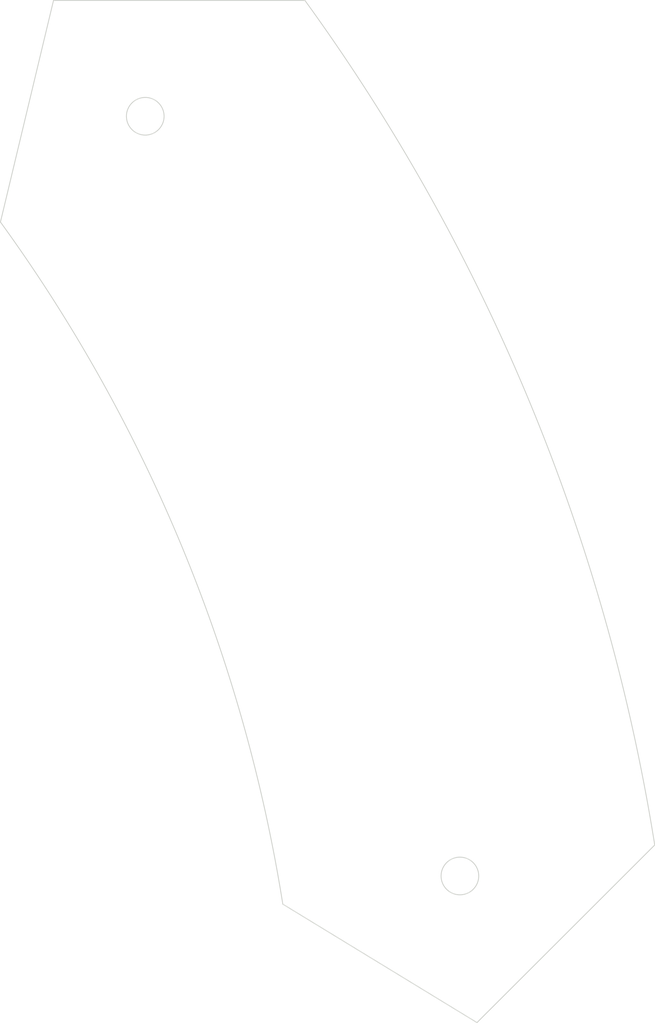
<source format=kicad_pcb>
(kicad_pcb
	(version 20241229)
	(generator "pcbnew")
	(generator_version "9.0")
	(general
		(thickness 1.6)
		(legacy_teardrops no)
	)
	(paper "A4")
	(layers
		(0 "F.Cu" signal)
		(2 "B.Cu" signal)
		(9 "F.Adhes" user "F.Adhesive")
		(11 "B.Adhes" user "B.Adhesive")
		(13 "F.Paste" user)
		(15 "B.Paste" user)
		(5 "F.SilkS" user "F.Silkscreen")
		(7 "B.SilkS" user "B.Silkscreen")
		(1 "F.Mask" user)
		(3 "B.Mask" user)
		(17 "Dwgs.User" user "User.Drawings")
		(19 "Cmts.User" user "User.Comments")
		(21 "Eco1.User" user "User.Eco1")
		(23 "Eco2.User" user "User.Eco2")
		(25 "Edge.Cuts" user)
		(27 "Margin" user)
		(31 "F.CrtYd" user "F.Courtyard")
		(29 "B.CrtYd" user "B.Courtyard")
		(35 "F.Fab" user)
		(33 "B.Fab" user)
		(39 "User.1" user)
		(41 "User.2" user)
		(43 "User.3" user)
		(45 "User.4" user)
	)
	(setup
		(pad_to_mask_clearance 0)
		(allow_soldermask_bridges_in_footprints no)
		(tenting front back)
		(grid_origin 150 100)
		(pcbplotparams
			(layerselection 0x00000000_00000000_55555555_5755f5ff)
			(plot_on_all_layers_selection 0x00000000_00000000_00000000_00000000)
			(disableapertmacros no)
			(usegerberextensions no)
			(usegerberattributes yes)
			(usegerberadvancedattributes yes)
			(creategerberjobfile yes)
			(dashed_line_dash_ratio 12.000000)
			(dashed_line_gap_ratio 3.000000)
			(svgprecision 4)
			(plotframeref no)
			(mode 1)
			(useauxorigin no)
			(hpglpennumber 1)
			(hpglpenspeed 20)
			(hpglpendiameter 15.000000)
			(pdf_front_fp_property_popups yes)
			(pdf_back_fp_property_popups yes)
			(pdf_metadata yes)
			(pdf_single_document no)
			(dxfpolygonmode yes)
			(dxfimperialunits yes)
			(dxfusepcbnewfont yes)
			(psnegative no)
			(psa4output no)
			(plot_black_and_white yes)
			(sketchpadsonfab no)
			(plotpadnumbers no)
			(hidednponfab no)
			(sketchdnponfab yes)
			(crossoutdnponfab yes)
			(subtractmaskfromsilk no)
			(outputformat 1)
			(mirror no)
			(drillshape 1)
			(scaleselection 1)
			(outputdirectory "")
		)
	)
	(net 0 "")
	(gr_line
		(start 248.229833 92.7096)
		(end 237.402149 86.103424)
		(stroke
			(width 0.05)
			(type default)
		)
		(layer "Edge.Cuts")
		(uuid "3bc63cd3-5a34-497e-b5c3-98fe42e504f8")
	)
	(gr_arc
		(start 221.656989 48.062283)
		(mid 231.772455 66.154527)
		(end 237.402149 86.103424)
		(stroke
			(width 0.05)
			(type default)
		)
		(layer "Edge.Cuts")
		(uuid "723436af-e2e3-4ed4-b557-681aee0cdf8b")
	)
	(gr_circle
		(center 229.731902 42.163387)
		(end 230.781902 42.163387)
		(stroke
			(width 0.05)
			(type solid)
		)
		(fill no)
		(layer "Edge.Cuts")
		(uuid "8d2a2599-bfb1-48af-ac47-fc0e16e12636")
	)
	(gr_circle
		(center 247.278095 84.53319)
		(end 248.328095 84.53319)
		(stroke
			(width 0.05)
			(type solid)
		)
		(fill no)
		(layer "Edge.Cuts")
		(uuid "a665d3bd-b6af-419d-9379-86f35f33ce4e")
	)
	(gr_arc
		(start 238.635972 35.704476)
		(mid 251.168146 58.104223)
		(end 258.141639 82.805932)
		(stroke
			(width 0.05)
			(type default)
		)
		(layer "Edge.Cuts")
		(uuid "ade6a7f3-4cd7-48a0-a20b-41b9d17f4c55")
	)
	(gr_line
		(start 224.615844 35.704476)
		(end 221.656987 48.062285)
		(stroke
			(width 0.05)
			(type default)
		)
		(layer "Edge.Cuts")
		(uuid "c5f5115b-006e-4656-ab79-877bf3580352")
	)
	(gr_line
		(start 258.141639 82.805932)
		(end 248.229833 92.7096)
		(stroke
			(width 0.05)
			(type default)
		)
		(layer "Edge.Cuts")
		(uuid "d039392a-b679-4378-876d-7cbb0c6e7ba1")
	)
	(gr_line
		(start 238.635972 35.704476)
		(end 224.615844 35.704476)
		(stroke
			(width 0.05)
			(type default)
		)
		(layer "Edge.Cuts")
		(uuid "e2df317b-501f-4ee0-a278-ad1af525a262")
	)
	(embedded_fonts no)
)

</source>
